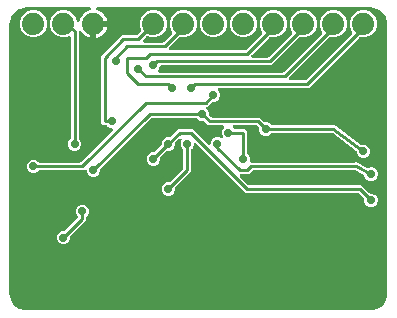
<source format=gbr>
G04 EAGLE Gerber RS-274X export*
G75*
%MOMM*%
%FSLAX34Y34*%
%LPD*%
%INBottom Copper*%
%IPPOS*%
%AMOC8*
5,1,8,0,0,1.08239X$1,22.5*%
G01*
%ADD10C,1.879600*%
%ADD11C,0.254000*%
%ADD12C,0.711200*%

G36*
X317521Y11433D02*
X317521Y11433D01*
X317583Y11433D01*
X319241Y11542D01*
X319284Y11551D01*
X319328Y11551D01*
X319486Y11583D01*
X322689Y12441D01*
X322768Y12473D01*
X322850Y12496D01*
X322973Y12557D01*
X322983Y12561D01*
X322987Y12564D01*
X322995Y12568D01*
X325866Y14225D01*
X325934Y14277D01*
X326008Y14320D01*
X326111Y14411D01*
X326119Y14417D01*
X326122Y14421D01*
X326129Y14427D01*
X328473Y16771D01*
X328526Y16839D01*
X328586Y16900D01*
X328661Y17014D01*
X328668Y17023D01*
X328670Y17027D01*
X328675Y17034D01*
X330332Y19905D01*
X330366Y19984D01*
X330408Y20059D01*
X330452Y20188D01*
X330456Y20198D01*
X330456Y20203D01*
X330459Y20211D01*
X331317Y23414D01*
X331323Y23458D01*
X331337Y23500D01*
X331358Y23659D01*
X331383Y24043D01*
X331467Y25317D01*
X331465Y25338D01*
X331469Y25400D01*
X331469Y254000D01*
X331467Y254021D01*
X331467Y254083D01*
X331358Y255741D01*
X331349Y255784D01*
X331349Y255828D01*
X331317Y255986D01*
X330459Y259189D01*
X330427Y259268D01*
X330404Y259350D01*
X330343Y259473D01*
X330339Y259483D01*
X330336Y259487D01*
X330332Y259495D01*
X328675Y262366D01*
X328623Y262434D01*
X328580Y262508D01*
X328489Y262611D01*
X328483Y262619D01*
X328479Y262622D01*
X328473Y262629D01*
X326129Y264973D01*
X326061Y265026D01*
X326000Y265086D01*
X325886Y265161D01*
X325877Y265168D01*
X325873Y265170D01*
X325866Y265175D01*
X322995Y266832D01*
X322916Y266866D01*
X322841Y266908D01*
X322712Y266952D01*
X322702Y266956D01*
X322697Y266956D01*
X322689Y266959D01*
X319486Y267817D01*
X319442Y267823D01*
X319400Y267837D01*
X319241Y267858D01*
X317583Y267967D01*
X317562Y267965D01*
X317500Y267969D01*
X86205Y267969D01*
X86087Y267954D01*
X85968Y267947D01*
X85930Y267934D01*
X85890Y267929D01*
X85779Y267886D01*
X85665Y267849D01*
X85631Y267827D01*
X85594Y267812D01*
X85498Y267742D01*
X85397Y267678D01*
X85369Y267649D01*
X85337Y267626D01*
X85261Y267534D01*
X85179Y267447D01*
X85159Y267411D01*
X85134Y267381D01*
X85083Y267273D01*
X85025Y267168D01*
X85015Y267129D01*
X84998Y267093D01*
X84976Y266976D01*
X84946Y266860D01*
X84946Y266820D01*
X84939Y266781D01*
X84946Y266661D01*
X84946Y266542D01*
X84956Y266503D01*
X84958Y266463D01*
X84995Y266350D01*
X85025Y266234D01*
X85044Y266199D01*
X85056Y266161D01*
X85120Y266060D01*
X85178Y265955D01*
X85205Y265926D01*
X85227Y265892D01*
X85314Y265810D01*
X85395Y265723D01*
X85429Y265701D01*
X85458Y265674D01*
X85563Y265616D01*
X85663Y265552D01*
X85719Y265530D01*
X85737Y265520D01*
X85756Y265515D01*
X85813Y265493D01*
X87133Y265064D01*
X88807Y264211D01*
X90328Y263106D01*
X91656Y261778D01*
X92761Y260257D01*
X93614Y258583D01*
X94195Y256796D01*
X94235Y256539D01*
X83820Y256539D01*
X83702Y256524D01*
X83583Y256517D01*
X83545Y256504D01*
X83505Y256499D01*
X83394Y256456D01*
X83281Y256419D01*
X83247Y256397D01*
X83209Y256382D01*
X83113Y256312D01*
X83012Y256249D01*
X82984Y256219D01*
X82952Y256195D01*
X82876Y256104D01*
X82794Y256017D01*
X82775Y255982D01*
X82749Y255951D01*
X82698Y255843D01*
X82641Y255739D01*
X82630Y255699D01*
X82613Y255663D01*
X82591Y255546D01*
X82561Y255431D01*
X82557Y255370D01*
X82553Y255350D01*
X82555Y255330D01*
X82551Y255270D01*
X82551Y253999D01*
X81280Y253999D01*
X81162Y253984D01*
X81043Y253977D01*
X81005Y253964D01*
X80964Y253959D01*
X80854Y253915D01*
X80741Y253879D01*
X80706Y253857D01*
X80669Y253842D01*
X80573Y253772D01*
X80472Y253709D01*
X80444Y253679D01*
X80411Y253655D01*
X80336Y253564D01*
X80254Y253477D01*
X80234Y253442D01*
X80209Y253410D01*
X80158Y253303D01*
X80100Y253198D01*
X80090Y253159D01*
X80073Y253123D01*
X80051Y253006D01*
X80021Y252891D01*
X80017Y252830D01*
X80013Y252810D01*
X80015Y252790D01*
X80011Y252730D01*
X80011Y242315D01*
X79754Y242355D01*
X77967Y242936D01*
X76293Y243789D01*
X74772Y244894D01*
X73444Y246222D01*
X72280Y247824D01*
X72248Y247858D01*
X72201Y247928D01*
X72185Y247942D01*
X72173Y247959D01*
X72086Y248031D01*
X72063Y248055D01*
X72041Y248069D01*
X71963Y248139D01*
X71944Y248148D01*
X71928Y248162D01*
X71803Y248221D01*
X71802Y248221D01*
X71794Y248226D01*
X71789Y248227D01*
X71679Y248284D01*
X71659Y248288D01*
X71640Y248297D01*
X71504Y248323D01*
X71369Y248354D01*
X71348Y248353D01*
X71327Y248357D01*
X71190Y248348D01*
X71051Y248344D01*
X71031Y248339D01*
X71010Y248337D01*
X70879Y248295D01*
X70746Y248256D01*
X70728Y248246D01*
X70708Y248239D01*
X70591Y248165D01*
X70472Y248095D01*
X70457Y248080D01*
X70439Y248069D01*
X70344Y247968D01*
X70246Y247871D01*
X70235Y247853D01*
X70221Y247837D01*
X70154Y247716D01*
X70084Y247598D01*
X70078Y247577D01*
X70067Y247559D01*
X70033Y247425D01*
X69994Y247292D01*
X69993Y247271D01*
X69988Y247251D01*
X69978Y247090D01*
X69978Y157527D01*
X69990Y157428D01*
X69993Y157329D01*
X70010Y157271D01*
X70018Y157211D01*
X70054Y157119D01*
X70082Y157024D01*
X70112Y156972D01*
X70135Y156915D01*
X70193Y156835D01*
X70243Y156750D01*
X70309Y156675D01*
X70321Y156658D01*
X70331Y156650D01*
X70349Y156629D01*
X71413Y155566D01*
X72264Y153512D01*
X72264Y151288D01*
X71413Y149234D01*
X69841Y147662D01*
X67787Y146811D01*
X65563Y146811D01*
X63509Y147662D01*
X61937Y149234D01*
X61086Y151288D01*
X61086Y153512D01*
X61937Y155566D01*
X63001Y156629D01*
X63061Y156707D01*
X63129Y156780D01*
X63158Y156833D01*
X63195Y156880D01*
X63235Y156971D01*
X63283Y157058D01*
X63298Y157117D01*
X63322Y157172D01*
X63337Y157270D01*
X63362Y157366D01*
X63368Y157466D01*
X63372Y157486D01*
X63370Y157499D01*
X63372Y157527D01*
X63372Y242305D01*
X63366Y242355D01*
X63368Y242404D01*
X63346Y242512D01*
X63332Y242621D01*
X63314Y242667D01*
X63304Y242716D01*
X63256Y242814D01*
X63215Y242916D01*
X63186Y242957D01*
X63164Y243001D01*
X63093Y243085D01*
X63029Y243174D01*
X62990Y243206D01*
X62958Y243243D01*
X62868Y243307D01*
X62784Y243377D01*
X62739Y243398D01*
X62698Y243426D01*
X62595Y243465D01*
X62496Y243512D01*
X62447Y243521D01*
X62401Y243539D01*
X62291Y243551D01*
X62184Y243572D01*
X62134Y243569D01*
X62085Y243574D01*
X61976Y243559D01*
X61866Y243552D01*
X61819Y243537D01*
X61770Y243530D01*
X61617Y243478D01*
X59424Y242569D01*
X54876Y242569D01*
X50675Y244309D01*
X47459Y247525D01*
X45719Y251726D01*
X45719Y256274D01*
X47459Y260475D01*
X50675Y263691D01*
X54876Y265431D01*
X59424Y265431D01*
X63625Y263691D01*
X66841Y260475D01*
X68480Y256516D01*
X68544Y256404D01*
X68603Y256289D01*
X68623Y256266D01*
X68638Y256240D01*
X68728Y256147D01*
X68813Y256050D01*
X68838Y256033D01*
X68859Y256012D01*
X68970Y255944D01*
X69076Y255871D01*
X69105Y255861D01*
X69130Y255845D01*
X69254Y255807D01*
X69375Y255764D01*
X69405Y255761D01*
X69434Y255752D01*
X69563Y255746D01*
X69692Y255733D01*
X69722Y255738D01*
X69752Y255737D01*
X69878Y255763D01*
X70006Y255783D01*
X70034Y255795D01*
X70063Y255801D01*
X70180Y255858D01*
X70298Y255909D01*
X70322Y255927D01*
X70349Y255941D01*
X70447Y256025D01*
X70550Y256104D01*
X70568Y256127D01*
X70591Y256147D01*
X70665Y256253D01*
X70745Y256355D01*
X70757Y256382D01*
X70774Y256407D01*
X70820Y256528D01*
X70871Y256647D01*
X70881Y256688D01*
X70887Y256704D01*
X70889Y256726D01*
X70904Y256791D01*
X71486Y258583D01*
X72339Y260257D01*
X73444Y261778D01*
X74772Y263106D01*
X76293Y264211D01*
X77967Y265064D01*
X79287Y265493D01*
X79395Y265544D01*
X79506Y265588D01*
X79538Y265611D01*
X79575Y265628D01*
X79667Y265704D01*
X79763Y265774D01*
X79789Y265805D01*
X79820Y265831D01*
X79890Y265927D01*
X79966Y266019D01*
X79983Y266056D01*
X80007Y266088D01*
X80051Y266200D01*
X80102Y266307D01*
X80109Y266346D01*
X80124Y266384D01*
X80139Y266503D01*
X80161Y266620D01*
X80159Y266659D01*
X80164Y266699D01*
X80149Y266818D01*
X80142Y266937D01*
X80129Y266975D01*
X80124Y267015D01*
X80080Y267126D01*
X80044Y267239D01*
X80022Y267273D01*
X80007Y267311D01*
X79937Y267407D01*
X79873Y267508D01*
X79844Y267536D01*
X79821Y267568D01*
X79729Y267644D01*
X79642Y267726D01*
X79607Y267745D01*
X79576Y267771D01*
X79468Y267822D01*
X79363Y267880D01*
X79325Y267890D01*
X79288Y267907D01*
X79171Y267929D01*
X79055Y267959D01*
X78996Y267963D01*
X78976Y267967D01*
X78955Y267965D01*
X78895Y267969D01*
X25400Y267969D01*
X25379Y267967D01*
X25317Y267967D01*
X23659Y267858D01*
X23616Y267849D01*
X23572Y267849D01*
X23414Y267817D01*
X20211Y266959D01*
X20132Y266927D01*
X20050Y266904D01*
X19927Y266843D01*
X19917Y266839D01*
X19913Y266836D01*
X19905Y266832D01*
X17034Y265175D01*
X16966Y265123D01*
X16892Y265080D01*
X16789Y264989D01*
X16781Y264983D01*
X16778Y264979D01*
X16771Y264973D01*
X14427Y262629D01*
X14374Y262561D01*
X14314Y262500D01*
X14239Y262386D01*
X14232Y262377D01*
X14230Y262373D01*
X14225Y262366D01*
X12568Y259495D01*
X12534Y259416D01*
X12492Y259341D01*
X12448Y259212D01*
X12444Y259202D01*
X12444Y259197D01*
X12441Y259189D01*
X11583Y255986D01*
X11577Y255942D01*
X11563Y255900D01*
X11542Y255741D01*
X11433Y254083D01*
X11435Y254062D01*
X11431Y254000D01*
X11431Y25400D01*
X11433Y25379D01*
X11433Y25317D01*
X11542Y23659D01*
X11551Y23616D01*
X11551Y23572D01*
X11583Y23414D01*
X12441Y20211D01*
X12473Y20132D01*
X12496Y20050D01*
X12557Y19927D01*
X12561Y19917D01*
X12564Y19913D01*
X12568Y19905D01*
X14225Y17034D01*
X14277Y16966D01*
X14320Y16892D01*
X14411Y16789D01*
X14417Y16781D01*
X14421Y16778D01*
X14427Y16771D01*
X16771Y14427D01*
X16839Y14374D01*
X16900Y14314D01*
X17014Y14239D01*
X17023Y14232D01*
X17027Y14230D01*
X17034Y14225D01*
X19905Y12568D01*
X19984Y12534D01*
X20059Y12492D01*
X20128Y12469D01*
X20147Y12460D01*
X20165Y12456D01*
X20189Y12448D01*
X20198Y12444D01*
X20203Y12444D01*
X20211Y12441D01*
X23414Y11583D01*
X23458Y11577D01*
X23500Y11563D01*
X23659Y11542D01*
X25317Y11433D01*
X25338Y11435D01*
X25400Y11431D01*
X317500Y11431D01*
X317521Y11433D01*
G37*
%LPC*%
G36*
X316388Y99186D02*
X316388Y99186D01*
X314334Y100037D01*
X312762Y101609D01*
X311911Y103663D01*
X311911Y105167D01*
X311899Y105265D01*
X311896Y105364D01*
X311879Y105423D01*
X311871Y105483D01*
X311835Y105575D01*
X311807Y105670D01*
X311777Y105722D01*
X311754Y105778D01*
X311696Y105858D01*
X311646Y105944D01*
X311580Y106019D01*
X311568Y106036D01*
X311558Y106044D01*
X311540Y106065D01*
X306979Y110626D01*
X306900Y110686D01*
X306828Y110754D01*
X306775Y110783D01*
X306727Y110820D01*
X306636Y110860D01*
X306550Y110908D01*
X306491Y110923D01*
X306436Y110947D01*
X306338Y110962D01*
X306242Y110987D01*
X306142Y110993D01*
X306121Y110997D01*
X306109Y110995D01*
X306081Y110997D01*
X211357Y110997D01*
X169680Y152674D01*
X169571Y152759D01*
X169464Y152848D01*
X169445Y152856D01*
X169429Y152869D01*
X169301Y152924D01*
X169176Y152983D01*
X169156Y152987D01*
X169137Y152995D01*
X168999Y153017D01*
X168863Y153043D01*
X168843Y153042D01*
X168823Y153045D01*
X168684Y153032D01*
X168546Y153023D01*
X168527Y153017D01*
X168507Y153015D01*
X168375Y152968D01*
X168244Y152925D01*
X168226Y152914D01*
X168207Y152907D01*
X168092Y152829D01*
X167975Y152755D01*
X167961Y152740D01*
X167944Y152729D01*
X167852Y152625D01*
X167757Y152523D01*
X167747Y152506D01*
X167734Y152490D01*
X167670Y152367D01*
X167603Y152245D01*
X167598Y152225D01*
X167589Y152207D01*
X167559Y152071D01*
X167524Y151937D01*
X167522Y151909D01*
X167519Y151897D01*
X167520Y151876D01*
X167514Y151776D01*
X167514Y151288D01*
X166663Y149234D01*
X165599Y148171D01*
X165539Y148093D01*
X165471Y148020D01*
X165442Y147967D01*
X165405Y147920D01*
X165365Y147829D01*
X165317Y147742D01*
X165302Y147683D01*
X165278Y147628D01*
X165263Y147530D01*
X165238Y147434D01*
X165232Y147334D01*
X165228Y147314D01*
X165230Y147301D01*
X165228Y147273D01*
X165228Y128807D01*
X152010Y115590D01*
X151950Y115511D01*
X151882Y115439D01*
X151853Y115386D01*
X151816Y115338D01*
X151776Y115247D01*
X151728Y115161D01*
X151713Y115102D01*
X151689Y115047D01*
X151674Y114949D01*
X151649Y114853D01*
X151643Y114753D01*
X151639Y114732D01*
X151641Y114720D01*
X151639Y114692D01*
X151639Y113188D01*
X150788Y111134D01*
X149216Y109562D01*
X147162Y108711D01*
X144938Y108711D01*
X142884Y109562D01*
X141312Y111134D01*
X140461Y113188D01*
X140461Y115412D01*
X141312Y117466D01*
X142884Y119038D01*
X144938Y119889D01*
X146442Y119889D01*
X146540Y119901D01*
X146639Y119904D01*
X146698Y119921D01*
X146758Y119929D01*
X146850Y119965D01*
X146945Y119993D01*
X146997Y120023D01*
X147053Y120046D01*
X147133Y120104D01*
X147219Y120154D01*
X147294Y120220D01*
X147311Y120232D01*
X147319Y120242D01*
X147340Y120260D01*
X158251Y131171D01*
X158311Y131250D01*
X158379Y131322D01*
X158408Y131375D01*
X158445Y131423D01*
X158485Y131514D01*
X158533Y131600D01*
X158548Y131659D01*
X158572Y131714D01*
X158587Y131812D01*
X158612Y131908D01*
X158618Y132008D01*
X158622Y132029D01*
X158620Y132041D01*
X158622Y132069D01*
X158622Y147273D01*
X158610Y147372D01*
X158607Y147471D01*
X158590Y147529D01*
X158582Y147589D01*
X158546Y147681D01*
X158518Y147776D01*
X158488Y147828D01*
X158465Y147885D01*
X158407Y147965D01*
X158357Y148050D01*
X158291Y148125D01*
X158279Y148142D01*
X158269Y148150D01*
X158251Y148171D01*
X157187Y149234D01*
X156336Y151288D01*
X156336Y153512D01*
X157079Y155305D01*
X157097Y155372D01*
X157125Y155436D01*
X157139Y155525D01*
X157163Y155612D01*
X157164Y155681D01*
X157175Y155750D01*
X157167Y155840D01*
X157168Y155930D01*
X157152Y155998D01*
X157145Y156067D01*
X157115Y156152D01*
X157094Y156239D01*
X157061Y156301D01*
X157038Y156366D01*
X156987Y156441D01*
X156945Y156520D01*
X156898Y156572D01*
X156859Y156629D01*
X156792Y156689D01*
X156731Y156755D01*
X156673Y156794D01*
X156621Y156840D01*
X156541Y156881D01*
X156466Y156930D01*
X156399Y156953D01*
X156337Y156985D01*
X156250Y157004D01*
X156165Y157033D01*
X156095Y157039D01*
X156027Y157054D01*
X155937Y157051D01*
X155848Y157059D01*
X155779Y157047D01*
X155709Y157045D01*
X155623Y157020D01*
X155534Y157004D01*
X155471Y156976D01*
X155404Y156956D01*
X155326Y156911D01*
X155244Y156874D01*
X155190Y156830D01*
X155130Y156795D01*
X155009Y156688D01*
X152010Y153690D01*
X151950Y153611D01*
X151882Y153539D01*
X151853Y153486D01*
X151816Y153438D01*
X151776Y153347D01*
X151728Y153261D01*
X151713Y153202D01*
X151689Y153147D01*
X151674Y153049D01*
X151649Y152953D01*
X151643Y152853D01*
X151639Y152832D01*
X151641Y152820D01*
X151639Y152792D01*
X151639Y151288D01*
X150788Y149234D01*
X149216Y147662D01*
X147162Y146811D01*
X145658Y146811D01*
X145560Y146799D01*
X145461Y146796D01*
X145402Y146779D01*
X145342Y146771D01*
X145250Y146735D01*
X145155Y146707D01*
X145103Y146677D01*
X145047Y146654D01*
X144967Y146596D01*
X144881Y146546D01*
X144806Y146480D01*
X144789Y146468D01*
X144781Y146458D01*
X144760Y146440D01*
X139310Y140990D01*
X139250Y140911D01*
X139182Y140839D01*
X139153Y140786D01*
X139116Y140738D01*
X139076Y140647D01*
X139028Y140561D01*
X139013Y140502D01*
X138989Y140447D01*
X138974Y140349D01*
X138949Y140253D01*
X138943Y140153D01*
X138939Y140132D01*
X138941Y140120D01*
X138939Y140092D01*
X138939Y138588D01*
X138088Y136534D01*
X136516Y134962D01*
X134462Y134111D01*
X132238Y134111D01*
X130184Y134962D01*
X128612Y136534D01*
X127761Y138588D01*
X127761Y140812D01*
X128612Y142866D01*
X130184Y144438D01*
X132238Y145289D01*
X133742Y145289D01*
X133840Y145301D01*
X133939Y145304D01*
X133998Y145321D01*
X134058Y145329D01*
X134150Y145365D01*
X134245Y145393D01*
X134297Y145423D01*
X134353Y145446D01*
X134433Y145504D01*
X134519Y145554D01*
X134594Y145620D01*
X134611Y145632D01*
X134619Y145642D01*
X134640Y145660D01*
X140090Y151110D01*
X140150Y151189D01*
X140218Y151261D01*
X140247Y151314D01*
X140284Y151362D01*
X140324Y151453D01*
X140372Y151539D01*
X140387Y151598D01*
X140411Y151653D01*
X140426Y151751D01*
X140451Y151847D01*
X140457Y151947D01*
X140461Y151968D01*
X140459Y151980D01*
X140461Y152008D01*
X140461Y153512D01*
X141312Y155566D01*
X142884Y157138D01*
X144938Y157989D01*
X146442Y157989D01*
X146540Y158001D01*
X146639Y158004D01*
X146698Y158021D01*
X146758Y158029D01*
X146850Y158065D01*
X146945Y158093D01*
X146997Y158123D01*
X147053Y158146D01*
X147133Y158204D01*
X147219Y158254D01*
X147294Y158320D01*
X147311Y158332D01*
X147319Y158342D01*
X147340Y158360D01*
X154207Y165228D01*
X166468Y165228D01*
X168774Y162921D01*
X179570Y152126D01*
X179679Y152041D01*
X179786Y151952D01*
X179805Y151944D01*
X179821Y151931D01*
X179949Y151876D01*
X180074Y151817D01*
X180094Y151813D01*
X180113Y151805D01*
X180251Y151783D01*
X180387Y151757D01*
X180407Y151758D01*
X180427Y151755D01*
X180566Y151768D01*
X180704Y151777D01*
X180723Y151783D01*
X180743Y151785D01*
X180875Y151832D01*
X181006Y151875D01*
X181024Y151886D01*
X181043Y151893D01*
X181158Y151971D01*
X181275Y152045D01*
X181289Y152060D01*
X181306Y152071D01*
X181398Y152175D01*
X181493Y152277D01*
X181503Y152294D01*
X181516Y152310D01*
X181580Y152434D01*
X181647Y152555D01*
X181652Y152575D01*
X181661Y152593D01*
X181691Y152729D01*
X181726Y152863D01*
X181728Y152891D01*
X181731Y152903D01*
X181730Y152924D01*
X181736Y153024D01*
X181736Y153512D01*
X182587Y155566D01*
X184159Y157138D01*
X186213Y157989D01*
X188437Y157989D01*
X190428Y157164D01*
X190562Y157127D01*
X190695Y157086D01*
X190715Y157085D01*
X190734Y157080D01*
X190874Y157078D01*
X191012Y157071D01*
X191032Y157075D01*
X191052Y157075D01*
X191188Y157108D01*
X191324Y157136D01*
X191342Y157145D01*
X191362Y157149D01*
X191484Y157214D01*
X191609Y157275D01*
X191625Y157289D01*
X191643Y157298D01*
X191745Y157391D01*
X191851Y157482D01*
X191863Y157498D01*
X191878Y157512D01*
X191954Y157628D01*
X192034Y157742D01*
X192042Y157761D01*
X192053Y157778D01*
X192098Y157909D01*
X192147Y158039D01*
X192149Y158059D01*
X192156Y158078D01*
X192167Y158217D01*
X192182Y158355D01*
X192180Y158375D01*
X192181Y158395D01*
X192157Y158533D01*
X192138Y158670D01*
X192129Y158697D01*
X192127Y158709D01*
X192118Y158727D01*
X192086Y158822D01*
X191261Y160813D01*
X191261Y163037D01*
X192112Y165091D01*
X193002Y165981D01*
X193087Y166090D01*
X193176Y166197D01*
X193184Y166216D01*
X193197Y166232D01*
X193252Y166359D01*
X193311Y166485D01*
X193315Y166505D01*
X193323Y166524D01*
X193345Y166662D01*
X193371Y166798D01*
X193370Y166818D01*
X193373Y166838D01*
X193360Y166977D01*
X193351Y167115D01*
X193345Y167134D01*
X193343Y167154D01*
X193296Y167286D01*
X193253Y167417D01*
X193242Y167435D01*
X193236Y167454D01*
X193158Y167569D01*
X193083Y167686D01*
X193068Y167700D01*
X193057Y167717D01*
X192953Y167809D01*
X192852Y167904D01*
X192834Y167914D01*
X192819Y167927D01*
X192695Y167990D01*
X192573Y168058D01*
X192553Y168063D01*
X192535Y168072D01*
X192400Y168102D01*
X192265Y168137D01*
X192237Y168139D01*
X192225Y168142D01*
X192205Y168141D01*
X192104Y168147D01*
X179607Y168147D01*
X177301Y170454D01*
X175915Y171840D01*
X175837Y171900D01*
X175764Y171968D01*
X175711Y171997D01*
X175663Y172034D01*
X175573Y172074D01*
X175486Y172122D01*
X175427Y172137D01*
X175372Y172161D01*
X175274Y172176D01*
X175178Y172201D01*
X175078Y172207D01*
X175058Y172211D01*
X175045Y172209D01*
X175017Y172211D01*
X173513Y172211D01*
X171459Y173062D01*
X170396Y174126D01*
X170318Y174186D01*
X170245Y174254D01*
X170192Y174283D01*
X170145Y174320D01*
X170054Y174360D01*
X169967Y174408D01*
X169908Y174423D01*
X169853Y174447D01*
X169755Y174462D01*
X169659Y174487D01*
X169559Y174493D01*
X169539Y174497D01*
X169526Y174495D01*
X169498Y174497D01*
X132069Y174497D01*
X131971Y174485D01*
X131872Y174482D01*
X131813Y174465D01*
X131753Y174457D01*
X131661Y174421D01*
X131566Y174393D01*
X131514Y174363D01*
X131458Y174340D01*
X131378Y174282D01*
X131292Y174232D01*
X131217Y174166D01*
X131200Y174154D01*
X131192Y174144D01*
X131171Y174126D01*
X88510Y131465D01*
X88450Y131386D01*
X88382Y131314D01*
X88353Y131261D01*
X88316Y131213D01*
X88276Y131122D01*
X88228Y131036D01*
X88213Y130977D01*
X88189Y130922D01*
X88174Y130824D01*
X88149Y130728D01*
X88143Y130628D01*
X88139Y130607D01*
X88141Y130595D01*
X88139Y130567D01*
X88139Y129063D01*
X87288Y127009D01*
X85716Y125437D01*
X83662Y124586D01*
X81438Y124586D01*
X79384Y125437D01*
X77812Y127009D01*
X76961Y129063D01*
X76961Y129551D01*
X76944Y129689D01*
X76931Y129828D01*
X76924Y129847D01*
X76921Y129867D01*
X76870Y129996D01*
X76823Y130127D01*
X76812Y130144D01*
X76804Y130162D01*
X76723Y130275D01*
X76645Y130390D01*
X76629Y130403D01*
X76618Y130420D01*
X76510Y130509D01*
X76406Y130601D01*
X76388Y130610D01*
X76373Y130623D01*
X76247Y130682D01*
X76123Y130745D01*
X76103Y130750D01*
X76085Y130758D01*
X75948Y130784D01*
X75813Y130815D01*
X75792Y130814D01*
X75773Y130818D01*
X75634Y130809D01*
X75495Y130805D01*
X75475Y130799D01*
X75455Y130798D01*
X75323Y130755D01*
X75189Y130717D01*
X75172Y130706D01*
X75153Y130700D01*
X75035Y130626D01*
X74915Y130555D01*
X74894Y130537D01*
X74884Y130530D01*
X74870Y130515D01*
X74795Y130449D01*
X74393Y130047D01*
X36877Y130047D01*
X36778Y130035D01*
X36679Y130032D01*
X36621Y130015D01*
X36561Y130007D01*
X36469Y129971D01*
X36374Y129943D01*
X36322Y129913D01*
X36265Y129890D01*
X36185Y129832D01*
X36100Y129782D01*
X36025Y129716D01*
X36008Y129704D01*
X36000Y129694D01*
X35979Y129675D01*
X34916Y128612D01*
X32862Y127761D01*
X30638Y127761D01*
X28584Y128612D01*
X27012Y130184D01*
X26161Y132238D01*
X26161Y134462D01*
X27012Y136516D01*
X28584Y138088D01*
X30638Y138939D01*
X32862Y138939D01*
X34916Y138088D01*
X35979Y137025D01*
X36057Y136964D01*
X36130Y136896D01*
X36183Y136867D01*
X36230Y136830D01*
X36321Y136790D01*
X36408Y136742D01*
X36467Y136727D01*
X36522Y136703D01*
X36620Y136688D01*
X36716Y136663D01*
X36816Y136657D01*
X36836Y136653D01*
X36849Y136655D01*
X36877Y136653D01*
X71131Y136653D01*
X71229Y136665D01*
X71328Y136668D01*
X71387Y136685D01*
X71447Y136693D01*
X71539Y136729D01*
X71634Y136757D01*
X71686Y136787D01*
X71742Y136810D01*
X71822Y136868D01*
X71908Y136918D01*
X71983Y136984D01*
X72000Y136996D01*
X72008Y137006D01*
X72029Y137024D01*
X98699Y163695D01*
X98784Y163804D01*
X98873Y163911D01*
X98881Y163930D01*
X98894Y163946D01*
X98949Y164074D01*
X99008Y164199D01*
X99012Y164219D01*
X99020Y164238D01*
X99042Y164376D01*
X99068Y164512D01*
X99067Y164532D01*
X99070Y164552D01*
X99057Y164691D01*
X99048Y164829D01*
X99042Y164848D01*
X99040Y164868D01*
X98993Y165000D01*
X98950Y165131D01*
X98939Y165149D01*
X98932Y165168D01*
X98854Y165283D01*
X98780Y165400D01*
X98765Y165414D01*
X98754Y165431D01*
X98650Y165523D01*
X98548Y165618D01*
X98531Y165628D01*
X98515Y165641D01*
X98392Y165704D01*
X98270Y165772D01*
X98250Y165777D01*
X98232Y165786D01*
X98096Y165816D01*
X97962Y165851D01*
X97934Y165853D01*
X97922Y165856D01*
X97901Y165855D01*
X97801Y165861D01*
X97313Y165861D01*
X95259Y166712D01*
X94196Y167776D01*
X94118Y167836D01*
X94045Y167904D01*
X93992Y167933D01*
X93945Y167970D01*
X93854Y168010D01*
X93767Y168058D01*
X93708Y168073D01*
X93653Y168097D01*
X93555Y168112D01*
X93459Y168137D01*
X93359Y168143D01*
X93339Y168147D01*
X93326Y168145D01*
X93298Y168147D01*
X90707Y168147D01*
X88772Y170082D01*
X88772Y226793D01*
X106582Y244603D01*
X118756Y244603D01*
X118854Y244615D01*
X118953Y244618D01*
X119012Y244635D01*
X119072Y244643D01*
X119164Y244679D01*
X119259Y244707D01*
X119311Y244737D01*
X119367Y244760D01*
X119447Y244818D01*
X119533Y244868D01*
X119608Y244934D01*
X119625Y244946D01*
X119633Y244956D01*
X119654Y244974D01*
X122634Y247954D01*
X122652Y247978D01*
X122674Y247997D01*
X122749Y248103D01*
X122829Y248206D01*
X122840Y248233D01*
X122857Y248257D01*
X122903Y248378D01*
X122955Y248497D01*
X122959Y248527D01*
X122970Y248554D01*
X122984Y248683D01*
X123005Y248812D01*
X123002Y248841D01*
X123005Y248870D01*
X122987Y248999D01*
X122975Y249128D01*
X122965Y249156D01*
X122961Y249185D01*
X122909Y249338D01*
X121919Y251726D01*
X121919Y256274D01*
X123659Y260475D01*
X126875Y263691D01*
X131076Y265431D01*
X135624Y265431D01*
X139825Y263691D01*
X143041Y260475D01*
X144781Y256274D01*
X144781Y251726D01*
X143041Y247525D01*
X139825Y244309D01*
X135624Y242569D01*
X131076Y242569D01*
X128688Y243559D01*
X128659Y243566D01*
X128633Y243580D01*
X128506Y243608D01*
X128381Y243643D01*
X128351Y243643D01*
X128322Y243650D01*
X128193Y243646D01*
X128063Y243648D01*
X128034Y243641D01*
X128005Y243640D01*
X127880Y243604D01*
X127754Y243574D01*
X127727Y243560D01*
X127699Y243552D01*
X127587Y243486D01*
X127472Y243425D01*
X127451Y243405D01*
X127425Y243390D01*
X127304Y243284D01*
X124440Y240419D01*
X124355Y240310D01*
X124266Y240203D01*
X124258Y240184D01*
X124245Y240168D01*
X124190Y240040D01*
X124131Y239915D01*
X124127Y239895D01*
X124119Y239876D01*
X124097Y239738D01*
X124071Y239602D01*
X124072Y239582D01*
X124069Y239562D01*
X124082Y239423D01*
X124091Y239285D01*
X124097Y239266D01*
X124099Y239246D01*
X124146Y239114D01*
X124189Y238983D01*
X124200Y238965D01*
X124207Y238946D01*
X124285Y238831D01*
X124359Y238714D01*
X124374Y238700D01*
X124385Y238683D01*
X124489Y238591D01*
X124591Y238496D01*
X124608Y238486D01*
X124624Y238473D01*
X124747Y238409D01*
X124869Y238342D01*
X124889Y238337D01*
X124907Y238328D01*
X125043Y238298D01*
X125177Y238263D01*
X125205Y238261D01*
X125217Y238258D01*
X125238Y238259D01*
X125338Y238253D01*
X140981Y238253D01*
X141079Y238265D01*
X141178Y238268D01*
X141237Y238285D01*
X141297Y238293D01*
X141389Y238329D01*
X141484Y238357D01*
X141536Y238387D01*
X141592Y238410D01*
X141672Y238468D01*
X141758Y238518D01*
X141833Y238584D01*
X141850Y238596D01*
X141858Y238606D01*
X141879Y238624D01*
X149022Y245768D01*
X149095Y245862D01*
X149174Y245951D01*
X149192Y245987D01*
X149217Y246019D01*
X149264Y246128D01*
X149318Y246234D01*
X149327Y246274D01*
X149343Y246311D01*
X149362Y246428D01*
X149388Y246545D01*
X149387Y246585D01*
X149393Y246625D01*
X149382Y246744D01*
X149378Y246863D01*
X149367Y246901D01*
X149363Y246941D01*
X149323Y247054D01*
X149290Y247168D01*
X149269Y247203D01*
X149256Y247241D01*
X149189Y247339D01*
X149128Y247442D01*
X149088Y247487D01*
X149077Y247504D01*
X149063Y247516D01*
X147319Y251726D01*
X147319Y256274D01*
X149059Y260475D01*
X152275Y263691D01*
X156476Y265431D01*
X161024Y265431D01*
X165225Y263691D01*
X168441Y260475D01*
X170181Y256274D01*
X170181Y251726D01*
X168441Y247525D01*
X165225Y244309D01*
X161024Y242569D01*
X156476Y242569D01*
X156333Y242629D01*
X156304Y242637D01*
X156278Y242650D01*
X156151Y242678D01*
X156026Y242713D01*
X155996Y242713D01*
X155968Y242720D01*
X155838Y242716D01*
X155708Y242718D01*
X155679Y242711D01*
X155650Y242710D01*
X155525Y242674D01*
X155399Y242644D01*
X155372Y242630D01*
X155344Y242622D01*
X155232Y242556D01*
X155118Y242495D01*
X155096Y242475D01*
X155070Y242460D01*
X154949Y242354D01*
X146665Y234069D01*
X146580Y233960D01*
X146491Y233853D01*
X146483Y233834D01*
X146470Y233818D01*
X146415Y233690D01*
X146356Y233565D01*
X146352Y233545D01*
X146344Y233526D01*
X146322Y233388D01*
X146296Y233252D01*
X146297Y233232D01*
X146294Y233212D01*
X146307Y233073D01*
X146316Y232935D01*
X146322Y232916D01*
X146324Y232896D01*
X146371Y232764D01*
X146414Y232633D01*
X146425Y232615D01*
X146432Y232596D01*
X146510Y232481D01*
X146584Y232364D01*
X146599Y232350D01*
X146610Y232333D01*
X146714Y232241D01*
X146816Y232146D01*
X146833Y232136D01*
X146849Y232123D01*
X146972Y232059D01*
X147094Y231992D01*
X147114Y231987D01*
X147132Y231978D01*
X147268Y231948D01*
X147402Y231913D01*
X147430Y231911D01*
X147442Y231908D01*
X147463Y231909D01*
X147563Y231903D01*
X210831Y231903D01*
X210929Y231915D01*
X211028Y231918D01*
X211087Y231935D01*
X211147Y231943D01*
X211239Y231979D01*
X211334Y232007D01*
X211386Y232037D01*
X211442Y232060D01*
X211522Y232118D01*
X211608Y232168D01*
X211683Y232234D01*
X211700Y232246D01*
X211708Y232256D01*
X211729Y232274D01*
X225222Y245768D01*
X225295Y245862D01*
X225374Y245951D01*
X225392Y245987D01*
X225417Y246019D01*
X225464Y246128D01*
X225518Y246234D01*
X225527Y246274D01*
X225543Y246311D01*
X225562Y246428D01*
X225588Y246545D01*
X225587Y246585D01*
X225593Y246625D01*
X225582Y246744D01*
X225578Y246863D01*
X225567Y246901D01*
X225563Y246941D01*
X225523Y247054D01*
X225490Y247168D01*
X225469Y247203D01*
X225456Y247241D01*
X225389Y247339D01*
X225328Y247442D01*
X225288Y247487D01*
X225277Y247504D01*
X225263Y247516D01*
X223519Y251726D01*
X223519Y256274D01*
X225259Y260475D01*
X228475Y263691D01*
X232676Y265431D01*
X237224Y265431D01*
X241425Y263691D01*
X244641Y260475D01*
X246381Y256274D01*
X246381Y251726D01*
X244641Y247525D01*
X241425Y244309D01*
X237224Y242569D01*
X232676Y242569D01*
X232533Y242629D01*
X232504Y242637D01*
X232478Y242650D01*
X232351Y242678D01*
X232226Y242713D01*
X232196Y242713D01*
X232168Y242720D01*
X232038Y242716D01*
X231908Y242718D01*
X231879Y242711D01*
X231850Y242710D01*
X231725Y242674D01*
X231599Y242644D01*
X231572Y242630D01*
X231544Y242622D01*
X231432Y242556D01*
X231318Y242495D01*
X231296Y242475D01*
X231270Y242460D01*
X231149Y242354D01*
X216515Y227719D01*
X216430Y227610D01*
X216341Y227503D01*
X216333Y227484D01*
X216320Y227468D01*
X216265Y227340D01*
X216206Y227215D01*
X216202Y227195D01*
X216194Y227176D01*
X216172Y227038D01*
X216146Y226902D01*
X216147Y226882D01*
X216144Y226862D01*
X216157Y226723D01*
X216166Y226585D01*
X216172Y226566D01*
X216174Y226546D01*
X216221Y226414D01*
X216264Y226283D01*
X216275Y226265D01*
X216282Y226246D01*
X216360Y226131D01*
X216434Y226014D01*
X216449Y226000D01*
X216460Y225983D01*
X216564Y225891D01*
X216666Y225796D01*
X216683Y225786D01*
X216699Y225773D01*
X216822Y225709D01*
X216944Y225642D01*
X216964Y225637D01*
X216982Y225628D01*
X217118Y225598D01*
X217252Y225563D01*
X217280Y225561D01*
X217292Y225558D01*
X217313Y225559D01*
X217413Y225553D01*
X229881Y225553D01*
X229979Y225565D01*
X230078Y225568D01*
X230137Y225585D01*
X230197Y225593D01*
X230289Y225629D01*
X230384Y225657D01*
X230436Y225687D01*
X230492Y225710D01*
X230572Y225768D01*
X230658Y225818D01*
X230733Y225884D01*
X230750Y225896D01*
X230758Y225906D01*
X230779Y225924D01*
X250622Y245768D01*
X250695Y245862D01*
X250774Y245951D01*
X250792Y245987D01*
X250817Y246019D01*
X250864Y246128D01*
X250918Y246234D01*
X250927Y246274D01*
X250943Y246311D01*
X250962Y246428D01*
X250988Y246545D01*
X250987Y246585D01*
X250993Y246625D01*
X250982Y246744D01*
X250978Y246863D01*
X250967Y246901D01*
X250963Y246941D01*
X250923Y247054D01*
X250890Y247168D01*
X250869Y247203D01*
X250856Y247241D01*
X250789Y247339D01*
X250728Y247442D01*
X250688Y247487D01*
X250677Y247504D01*
X250663Y247516D01*
X248919Y251726D01*
X248919Y256274D01*
X250659Y260475D01*
X253875Y263691D01*
X258076Y265431D01*
X262624Y265431D01*
X266825Y263691D01*
X270041Y260475D01*
X271781Y256274D01*
X271781Y251726D01*
X270041Y247525D01*
X266825Y244309D01*
X262624Y242569D01*
X258076Y242569D01*
X257933Y242629D01*
X257904Y242637D01*
X257878Y242650D01*
X257751Y242678D01*
X257626Y242713D01*
X257596Y242713D01*
X257568Y242720D01*
X257438Y242716D01*
X257308Y242718D01*
X257279Y242711D01*
X257250Y242710D01*
X257125Y242674D01*
X256999Y242644D01*
X256973Y242630D01*
X256944Y242622D01*
X256832Y242556D01*
X256718Y242495D01*
X256696Y242475D01*
X256670Y242460D01*
X256549Y242354D01*
X233143Y218947D01*
X140194Y218947D01*
X140165Y218944D01*
X140136Y218946D01*
X140007Y218924D01*
X139879Y218907D01*
X139851Y218897D01*
X139822Y218892D01*
X139704Y218838D01*
X139583Y218790D01*
X139559Y218773D01*
X139532Y218761D01*
X139431Y218680D01*
X139326Y218604D01*
X139307Y218581D01*
X139284Y218562D01*
X139206Y218459D01*
X139123Y218359D01*
X139110Y218332D01*
X139093Y218308D01*
X139022Y218164D01*
X138088Y215909D01*
X137198Y215019D01*
X137113Y214910D01*
X137024Y214803D01*
X137016Y214784D01*
X137003Y214768D01*
X136948Y214641D01*
X136889Y214515D01*
X136885Y214495D01*
X136877Y214476D01*
X136855Y214338D01*
X136829Y214202D01*
X136830Y214182D01*
X136827Y214162D01*
X136840Y214023D01*
X136849Y213885D01*
X136855Y213866D01*
X136857Y213846D01*
X136904Y213714D01*
X136947Y213583D01*
X136958Y213565D01*
X136964Y213546D01*
X137042Y213431D01*
X137117Y213314D01*
X137132Y213300D01*
X137143Y213283D01*
X137247Y213191D01*
X137348Y213096D01*
X137366Y213086D01*
X137381Y213073D01*
X137505Y213010D01*
X137627Y212942D01*
X137647Y212937D01*
X137665Y212928D01*
X137800Y212898D01*
X137935Y212863D01*
X137963Y212861D01*
X137975Y212858D01*
X137995Y212859D01*
X138096Y212853D01*
X242581Y212853D01*
X242679Y212865D01*
X242778Y212868D01*
X242837Y212885D01*
X242897Y212893D01*
X242989Y212929D01*
X243084Y212957D01*
X243136Y212987D01*
X243192Y213010D01*
X243272Y213068D01*
X243358Y213118D01*
X243433Y213184D01*
X243450Y213196D01*
X243458Y213206D01*
X243479Y213224D01*
X276022Y245768D01*
X276095Y245862D01*
X276174Y245951D01*
X276192Y245987D01*
X276217Y246019D01*
X276264Y246128D01*
X276318Y246234D01*
X276327Y246274D01*
X276343Y246311D01*
X276362Y246428D01*
X276388Y246545D01*
X276387Y246585D01*
X276393Y246625D01*
X276382Y246744D01*
X276378Y246863D01*
X276367Y246901D01*
X276363Y246941D01*
X276323Y247054D01*
X276290Y247168D01*
X276269Y247203D01*
X276256Y247241D01*
X276189Y247339D01*
X276128Y247442D01*
X276088Y247487D01*
X276077Y247504D01*
X276063Y247516D01*
X274319Y251726D01*
X274319Y256274D01*
X276059Y260475D01*
X279275Y263691D01*
X283476Y265431D01*
X288024Y265431D01*
X292225Y263691D01*
X295441Y260475D01*
X297181Y256274D01*
X297181Y251726D01*
X295441Y247525D01*
X292225Y244309D01*
X288024Y242569D01*
X283476Y242569D01*
X283333Y242629D01*
X283304Y242637D01*
X283278Y242650D01*
X283151Y242678D01*
X283026Y242713D01*
X282996Y242713D01*
X282968Y242720D01*
X282838Y242716D01*
X282708Y242718D01*
X282679Y242711D01*
X282650Y242710D01*
X282525Y242674D01*
X282399Y242644D01*
X282373Y242630D01*
X282344Y242622D01*
X282232Y242556D01*
X282118Y242495D01*
X282096Y242475D01*
X282070Y242460D01*
X281949Y242354D01*
X248265Y208669D01*
X248180Y208560D01*
X248091Y208453D01*
X248083Y208434D01*
X248070Y208418D01*
X248015Y208290D01*
X247956Y208165D01*
X247952Y208145D01*
X247944Y208126D01*
X247922Y207988D01*
X247896Y207852D01*
X247897Y207832D01*
X247894Y207812D01*
X247907Y207673D01*
X247916Y207535D01*
X247922Y207516D01*
X247924Y207496D01*
X247971Y207364D01*
X248014Y207233D01*
X248025Y207215D01*
X248032Y207196D01*
X248110Y207081D01*
X248184Y206964D01*
X248199Y206950D01*
X248210Y206933D01*
X248314Y206841D01*
X248416Y206746D01*
X248433Y206736D01*
X248449Y206723D01*
X248572Y206659D01*
X248694Y206592D01*
X248714Y206587D01*
X248732Y206578D01*
X248868Y206548D01*
X249002Y206513D01*
X249030Y206511D01*
X249042Y206508D01*
X249063Y206509D01*
X249163Y206503D01*
X261631Y206503D01*
X261729Y206515D01*
X261828Y206518D01*
X261887Y206535D01*
X261947Y206543D01*
X262039Y206579D01*
X262134Y206607D01*
X262186Y206637D01*
X262242Y206660D01*
X262322Y206718D01*
X262408Y206768D01*
X262483Y206834D01*
X262500Y206846D01*
X262508Y206856D01*
X262529Y206874D01*
X301422Y245768D01*
X301495Y245862D01*
X301574Y245951D01*
X301592Y245987D01*
X301617Y246019D01*
X301664Y246128D01*
X301718Y246234D01*
X301727Y246274D01*
X301743Y246311D01*
X301762Y246428D01*
X301788Y246545D01*
X301787Y246585D01*
X301793Y246625D01*
X301782Y246744D01*
X301778Y246863D01*
X301767Y246901D01*
X301763Y246941D01*
X301723Y247054D01*
X301690Y247168D01*
X301669Y247203D01*
X301656Y247241D01*
X301589Y247339D01*
X301528Y247442D01*
X301488Y247487D01*
X301477Y247504D01*
X301463Y247516D01*
X299719Y251726D01*
X299719Y256274D01*
X301459Y260475D01*
X304675Y263691D01*
X308876Y265431D01*
X313424Y265431D01*
X317625Y263691D01*
X320841Y260475D01*
X322581Y256274D01*
X322581Y251726D01*
X320841Y247525D01*
X317625Y244309D01*
X313424Y242569D01*
X308876Y242569D01*
X308733Y242629D01*
X308704Y242637D01*
X308678Y242650D01*
X308551Y242678D01*
X308426Y242713D01*
X308396Y242713D01*
X308368Y242720D01*
X308238Y242716D01*
X308108Y242718D01*
X308079Y242711D01*
X308050Y242710D01*
X307925Y242674D01*
X307799Y242644D01*
X307773Y242630D01*
X307744Y242622D01*
X307632Y242556D01*
X307518Y242495D01*
X307496Y242475D01*
X307470Y242460D01*
X307349Y242354D01*
X264893Y199897D01*
X188896Y199897D01*
X188758Y199880D01*
X188619Y199867D01*
X188600Y199860D01*
X188580Y199857D01*
X188451Y199806D01*
X188320Y199759D01*
X188303Y199748D01*
X188284Y199740D01*
X188172Y199659D01*
X188057Y199581D01*
X188043Y199565D01*
X188027Y199554D01*
X187938Y199446D01*
X187846Y199342D01*
X187837Y199324D01*
X187824Y199309D01*
X187765Y199183D01*
X187702Y199059D01*
X187697Y199039D01*
X187689Y199021D01*
X187663Y198884D01*
X187632Y198749D01*
X187633Y198728D01*
X187629Y198709D01*
X187638Y198570D01*
X187642Y198431D01*
X187647Y198411D01*
X187649Y198391D01*
X187691Y198259D01*
X187730Y198125D01*
X187740Y198108D01*
X187747Y198089D01*
X187821Y197971D01*
X187892Y197851D01*
X187910Y197830D01*
X187917Y197820D01*
X187932Y197806D01*
X187998Y197731D01*
X188888Y196841D01*
X189739Y194787D01*
X189739Y192563D01*
X188888Y190509D01*
X187316Y188937D01*
X185262Y188086D01*
X183758Y188086D01*
X183660Y188074D01*
X183561Y188071D01*
X183502Y188054D01*
X183442Y188046D01*
X183350Y188010D01*
X183255Y187982D01*
X183203Y187952D01*
X183147Y187929D01*
X183067Y187871D01*
X182981Y187821D01*
X182906Y187755D01*
X182889Y187743D01*
X182881Y187733D01*
X182860Y187715D01*
X179142Y183996D01*
X179094Y183992D01*
X179075Y183985D01*
X179055Y183982D01*
X178926Y183931D01*
X178795Y183884D01*
X178778Y183873D01*
X178759Y183865D01*
X178647Y183784D01*
X178532Y183706D01*
X178518Y183690D01*
X178502Y183679D01*
X178413Y183571D01*
X178321Y183467D01*
X178312Y183449D01*
X178299Y183434D01*
X178240Y183308D01*
X178177Y183184D01*
X178172Y183164D01*
X178164Y183146D01*
X178138Y183009D01*
X178107Y182874D01*
X178108Y182853D01*
X178104Y182834D01*
X178113Y182695D01*
X178117Y182556D01*
X178122Y182536D01*
X178124Y182516D01*
X178166Y182384D01*
X178205Y182250D01*
X178215Y182233D01*
X178222Y182214D01*
X178296Y182096D01*
X178367Y181976D01*
X178385Y181955D01*
X178392Y181945D01*
X178407Y181931D01*
X178473Y181856D01*
X179363Y180966D01*
X180214Y178912D01*
X180214Y177408D01*
X180226Y177310D01*
X180229Y177211D01*
X180246Y177152D01*
X180254Y177092D01*
X180290Y177000D01*
X180318Y176905D01*
X180348Y176853D01*
X180371Y176797D01*
X180429Y176716D01*
X180479Y176631D01*
X180545Y176556D01*
X180557Y176539D01*
X180567Y176531D01*
X180585Y176510D01*
X181971Y175124D01*
X182050Y175064D01*
X182122Y174996D01*
X182175Y174967D01*
X182223Y174930D01*
X182314Y174890D01*
X182400Y174842D01*
X182459Y174827D01*
X182514Y174803D01*
X182612Y174788D01*
X182708Y174763D01*
X182808Y174757D01*
X182829Y174753D01*
X182841Y174755D01*
X182869Y174753D01*
X223618Y174753D01*
X227310Y171060D01*
X227389Y171000D01*
X227461Y170932D01*
X227514Y170903D01*
X227562Y170866D01*
X227653Y170826D01*
X227739Y170778D01*
X227798Y170763D01*
X227853Y170739D01*
X227951Y170724D01*
X228047Y170699D01*
X228147Y170693D01*
X228168Y170689D01*
X228180Y170691D01*
X228208Y170689D01*
X229712Y170689D01*
X231766Y169838D01*
X232829Y168774D01*
X232907Y168714D01*
X232980Y168646D01*
X233033Y168617D01*
X233080Y168580D01*
X233171Y168540D01*
X233258Y168492D01*
X233317Y168477D01*
X233372Y168453D01*
X233470Y168438D01*
X233566Y168413D01*
X233666Y168407D01*
X233686Y168403D01*
X233699Y168405D01*
X233727Y168403D01*
X285425Y168403D01*
X285435Y168404D01*
X285444Y168403D01*
X285605Y168415D01*
X286669Y168568D01*
X286789Y168499D01*
X286797Y168497D01*
X286805Y168492D01*
X286951Y168455D01*
X287095Y168415D01*
X287105Y168415D01*
X287106Y168415D01*
X287856Y167665D01*
X287863Y167659D01*
X287869Y167652D01*
X287992Y167547D01*
X308921Y151850D01*
X309007Y151801D01*
X309088Y151744D01*
X309145Y151723D01*
X309198Y151692D01*
X309293Y151666D01*
X309385Y151631D01*
X309446Y151625D01*
X309504Y151609D01*
X309603Y151607D01*
X309701Y151596D01*
X309762Y151605D01*
X309822Y151604D01*
X309918Y151627D01*
X310003Y151639D01*
X312262Y151639D01*
X314316Y150788D01*
X315888Y149216D01*
X316739Y147162D01*
X316739Y144938D01*
X315888Y142884D01*
X314316Y141312D01*
X312262Y140461D01*
X310038Y140461D01*
X307984Y141312D01*
X306412Y142884D01*
X305561Y144938D01*
X305561Y145479D01*
X305558Y145508D01*
X305560Y145538D01*
X305538Y145666D01*
X305521Y145794D01*
X305510Y145822D01*
X305505Y145851D01*
X305452Y145969D01*
X305404Y146090D01*
X305387Y146114D01*
X305375Y146141D01*
X305294Y146242D01*
X305218Y146347D01*
X305195Y146366D01*
X305176Y146389D01*
X305054Y146494D01*
X284988Y161543D01*
X284980Y161548D01*
X284973Y161554D01*
X284842Y161626D01*
X284711Y161701D01*
X284703Y161703D01*
X284695Y161708D01*
X284550Y161745D01*
X284404Y161785D01*
X284395Y161785D01*
X284387Y161787D01*
X284226Y161797D01*
X233727Y161797D01*
X233628Y161785D01*
X233529Y161782D01*
X233471Y161765D01*
X233411Y161757D01*
X233319Y161721D01*
X233224Y161693D01*
X233172Y161663D01*
X233115Y161640D01*
X233035Y161582D01*
X232950Y161532D01*
X232875Y161466D01*
X232858Y161454D01*
X232850Y161444D01*
X232829Y161426D01*
X231766Y160362D01*
X229712Y159511D01*
X227488Y159511D01*
X225434Y160362D01*
X223862Y161934D01*
X223011Y163988D01*
X223011Y165492D01*
X222999Y165590D01*
X222996Y165689D01*
X222979Y165748D01*
X222971Y165808D01*
X222935Y165900D01*
X222907Y165995D01*
X222877Y166047D01*
X222854Y166103D01*
X222796Y166183D01*
X222746Y166269D01*
X222680Y166344D01*
X222668Y166361D01*
X222658Y166369D01*
X222640Y166390D01*
X221254Y167776D01*
X221175Y167836D01*
X221103Y167904D01*
X221050Y167933D01*
X221002Y167970D01*
X220911Y168010D01*
X220825Y168058D01*
X220766Y168073D01*
X220711Y168097D01*
X220613Y168112D01*
X220517Y168137D01*
X220417Y168143D01*
X220396Y168147D01*
X220384Y168145D01*
X220356Y168147D01*
X201596Y168147D01*
X201458Y168130D01*
X201319Y168117D01*
X201300Y168110D01*
X201280Y168107D01*
X201151Y168056D01*
X201020Y168009D01*
X201003Y167998D01*
X200984Y167990D01*
X200872Y167909D01*
X200757Y167831D01*
X200743Y167815D01*
X200727Y167804D01*
X200638Y167696D01*
X200546Y167592D01*
X200537Y167574D01*
X200524Y167559D01*
X200465Y167433D01*
X200402Y167309D01*
X200397Y167289D01*
X200389Y167271D01*
X200363Y167135D01*
X200332Y166999D01*
X200333Y166978D01*
X200329Y166959D01*
X200338Y166820D01*
X200342Y166681D01*
X200347Y166661D01*
X200349Y166641D01*
X200391Y166509D01*
X200430Y166375D01*
X200440Y166358D01*
X200447Y166339D01*
X200521Y166221D01*
X200592Y166101D01*
X200610Y166080D01*
X200617Y166070D01*
X200632Y166056D01*
X200698Y165980D01*
X201079Y165599D01*
X201157Y165539D01*
X201230Y165471D01*
X201283Y165442D01*
X201331Y165405D01*
X201421Y165365D01*
X201508Y165317D01*
X201567Y165302D01*
X201622Y165278D01*
X201720Y165263D01*
X201816Y165238D01*
X201916Y165232D01*
X201936Y165228D01*
X201949Y165230D01*
X201977Y165228D01*
X210918Y165228D01*
X212853Y163293D01*
X212853Y144827D01*
X212865Y144728D01*
X212868Y144629D01*
X212885Y144571D01*
X212893Y144511D01*
X212929Y144419D01*
X212957Y144324D01*
X212987Y144272D01*
X213010Y144215D01*
X213068Y144135D01*
X213118Y144050D01*
X213184Y143975D01*
X213196Y143958D01*
X213206Y143950D01*
X213224Y143929D01*
X214288Y142866D01*
X215139Y140812D01*
X215139Y138588D01*
X215064Y138408D01*
X215051Y138360D01*
X215030Y138315D01*
X215009Y138207D01*
X214980Y138101D01*
X214979Y138051D01*
X214970Y138002D01*
X214977Y137893D01*
X214975Y137783D01*
X214987Y137735D01*
X214990Y137685D01*
X215023Y137581D01*
X215049Y137474D01*
X215072Y137430D01*
X215088Y137383D01*
X215146Y137290D01*
X215198Y137193D01*
X215231Y137156D01*
X215258Y137114D01*
X215338Y137039D01*
X215412Y136957D01*
X215453Y136930D01*
X215489Y136896D01*
X215586Y136843D01*
X215677Y136783D01*
X215724Y136766D01*
X215768Y136742D01*
X215874Y136715D01*
X215978Y136679D01*
X216028Y136675D01*
X216076Y136663D01*
X216237Y136653D01*
X304058Y136653D01*
X304181Y136668D01*
X304304Y136677D01*
X304355Y136690D01*
X304374Y136693D01*
X304393Y136700D01*
X304459Y136718D01*
X305053Y136916D01*
X305312Y136787D01*
X305363Y136769D01*
X305411Y136742D01*
X305512Y136716D01*
X305612Y136681D01*
X305666Y136677D01*
X305719Y136663D01*
X305879Y136653D01*
X306168Y136653D01*
X306611Y136210D01*
X306709Y136134D01*
X306801Y136053D01*
X306847Y136027D01*
X306862Y136015D01*
X306882Y136007D01*
X306941Y135972D01*
X314404Y132241D01*
X314540Y132193D01*
X314674Y132142D01*
X314690Y132140D01*
X314704Y132135D01*
X314847Y132123D01*
X314990Y132107D01*
X315006Y132109D01*
X315021Y132107D01*
X315162Y132131D01*
X315305Y132151D01*
X315325Y132158D01*
X315335Y132160D01*
X315351Y132167D01*
X315457Y132203D01*
X316388Y132589D01*
X318612Y132589D01*
X320666Y131738D01*
X322238Y130166D01*
X323089Y128112D01*
X323089Y125888D01*
X322238Y123834D01*
X320666Y122262D01*
X318612Y121411D01*
X316388Y121411D01*
X314334Y122262D01*
X312762Y123834D01*
X311981Y125720D01*
X311954Y125767D01*
X311936Y125818D01*
X311876Y125905D01*
X311824Y125996D01*
X311786Y126035D01*
X311755Y126080D01*
X311676Y126149D01*
X311602Y126225D01*
X311556Y126253D01*
X311515Y126288D01*
X311376Y126369D01*
X304288Y129913D01*
X304237Y129931D01*
X304189Y129958D01*
X304088Y129984D01*
X303988Y130019D01*
X303934Y130023D01*
X303881Y130037D01*
X303721Y130047D01*
X217794Y130047D01*
X217696Y130035D01*
X217597Y130032D01*
X217538Y130015D01*
X217478Y130007D01*
X217386Y129971D01*
X217291Y129943D01*
X217239Y129913D01*
X217183Y129890D01*
X217103Y129832D01*
X217017Y129782D01*
X216942Y129716D01*
X216925Y129704D01*
X216917Y129694D01*
X216896Y129676D01*
X214093Y126872D01*
X207888Y126872D01*
X207750Y126855D01*
X207611Y126842D01*
X207592Y126835D01*
X207572Y126832D01*
X207443Y126781D01*
X207312Y126734D01*
X207295Y126723D01*
X207277Y126715D01*
X207164Y126634D01*
X207049Y126556D01*
X207036Y126540D01*
X207019Y126529D01*
X206930Y126421D01*
X206838Y126317D01*
X206829Y126299D01*
X206816Y126284D01*
X206757Y126158D01*
X206694Y126034D01*
X206689Y126014D01*
X206681Y125996D01*
X206655Y125860D01*
X206624Y125724D01*
X206625Y125703D01*
X206621Y125684D01*
X206630Y125545D01*
X206634Y125406D01*
X206640Y125386D01*
X206641Y125366D01*
X206684Y125234D01*
X206722Y125100D01*
X206733Y125083D01*
X206739Y125064D01*
X206813Y124946D01*
X206884Y124826D01*
X206902Y124805D01*
X206909Y124795D01*
X206924Y124781D01*
X206990Y124706D01*
X213721Y117974D01*
X213800Y117914D01*
X213872Y117846D01*
X213925Y117817D01*
X213973Y117780D01*
X214064Y117740D01*
X214150Y117692D01*
X214209Y117677D01*
X214264Y117653D01*
X214362Y117638D01*
X214458Y117613D01*
X214558Y117607D01*
X214579Y117603D01*
X214591Y117605D01*
X214619Y117603D01*
X309343Y117603D01*
X316210Y110735D01*
X316289Y110675D01*
X316361Y110607D01*
X316414Y110578D01*
X316462Y110541D01*
X316553Y110501D01*
X316639Y110453D01*
X316698Y110438D01*
X316753Y110414D01*
X316851Y110399D01*
X316947Y110374D01*
X317047Y110368D01*
X317068Y110364D01*
X317080Y110366D01*
X317108Y110364D01*
X318612Y110364D01*
X320666Y109513D01*
X322238Y107941D01*
X323089Y105887D01*
X323089Y103663D01*
X322238Y101609D01*
X320666Y100037D01*
X318612Y99186D01*
X316388Y99186D01*
G37*
%LPD*%
%LPC*%
G36*
X181876Y242569D02*
X181876Y242569D01*
X177675Y244309D01*
X174459Y247525D01*
X172719Y251726D01*
X172719Y256274D01*
X174459Y260475D01*
X177675Y263691D01*
X181876Y265431D01*
X186424Y265431D01*
X190625Y263691D01*
X193841Y260475D01*
X195581Y256274D01*
X195581Y251726D01*
X193841Y247525D01*
X190625Y244309D01*
X186424Y242569D01*
X181876Y242569D01*
G37*
%LPD*%
%LPC*%
G36*
X207276Y242569D02*
X207276Y242569D01*
X203075Y244309D01*
X199859Y247525D01*
X198119Y251726D01*
X198119Y256274D01*
X199859Y260475D01*
X203075Y263691D01*
X207276Y265431D01*
X211824Y265431D01*
X216025Y263691D01*
X219241Y260475D01*
X220981Y256274D01*
X220981Y251726D01*
X219241Y247525D01*
X216025Y244309D01*
X211824Y242569D01*
X207276Y242569D01*
G37*
%LPD*%
%LPC*%
G36*
X29476Y242569D02*
X29476Y242569D01*
X25275Y244309D01*
X22059Y247525D01*
X20319Y251726D01*
X20319Y256274D01*
X22059Y260475D01*
X25275Y263691D01*
X29476Y265431D01*
X34024Y265431D01*
X38225Y263691D01*
X41441Y260475D01*
X43181Y256274D01*
X43181Y251726D01*
X41441Y247525D01*
X38225Y244309D01*
X34024Y242569D01*
X29476Y242569D01*
G37*
%LPD*%
%LPC*%
G36*
X56038Y67436D02*
X56038Y67436D01*
X53984Y68287D01*
X52412Y69859D01*
X51561Y71913D01*
X51561Y74137D01*
X52412Y76191D01*
X53984Y77763D01*
X56038Y78614D01*
X57542Y78614D01*
X57640Y78626D01*
X57739Y78629D01*
X57798Y78646D01*
X57858Y78654D01*
X57950Y78690D01*
X58045Y78718D01*
X58097Y78748D01*
X58153Y78771D01*
X58233Y78829D01*
X58319Y78879D01*
X58394Y78945D01*
X58411Y78957D01*
X58419Y78967D01*
X58440Y78985D01*
X69015Y89561D01*
X69088Y89655D01*
X69167Y89744D01*
X69185Y89780D01*
X69210Y89812D01*
X69258Y89922D01*
X69312Y90028D01*
X69320Y90067D01*
X69337Y90104D01*
X69355Y90222D01*
X69381Y90338D01*
X69380Y90378D01*
X69386Y90418D01*
X69375Y90537D01*
X69372Y90656D01*
X69360Y90695D01*
X69357Y90735D01*
X69316Y90847D01*
X69283Y90961D01*
X69263Y90996D01*
X69249Y91034D01*
X69182Y91133D01*
X69122Y91235D01*
X69082Y91280D01*
X69070Y91297D01*
X69055Y91311D01*
X69015Y91356D01*
X68287Y92084D01*
X67436Y94138D01*
X67436Y96362D01*
X68287Y98416D01*
X69859Y99988D01*
X71913Y100839D01*
X74137Y100839D01*
X76191Y99988D01*
X77763Y98416D01*
X78614Y96362D01*
X78614Y94138D01*
X77763Y92084D01*
X76700Y91021D01*
X76639Y90943D01*
X76571Y90870D01*
X76551Y90835D01*
X76526Y90805D01*
X76518Y90787D01*
X76505Y90770D01*
X76465Y90679D01*
X76417Y90592D01*
X76407Y90551D01*
X76391Y90517D01*
X76388Y90499D01*
X76378Y90478D01*
X76363Y90380D01*
X76338Y90284D01*
X76334Y90218D01*
X76331Y90205D01*
X76332Y90191D01*
X76332Y90184D01*
X76328Y90164D01*
X76330Y90151D01*
X76328Y90123D01*
X76328Y87532D01*
X63110Y74315D01*
X63050Y74236D01*
X62982Y74164D01*
X62953Y74111D01*
X62916Y74063D01*
X62876Y73972D01*
X62828Y73886D01*
X62813Y73827D01*
X62789Y73772D01*
X62774Y73674D01*
X62749Y73578D01*
X62743Y73478D01*
X62739Y73457D01*
X62741Y73445D01*
X62739Y73417D01*
X62739Y71913D01*
X61888Y69859D01*
X60316Y68287D01*
X58262Y67436D01*
X56038Y67436D01*
G37*
%LPD*%
%LPC*%
G36*
X85089Y251461D02*
X85089Y251461D01*
X94235Y251461D01*
X94195Y251204D01*
X93614Y249417D01*
X92761Y247743D01*
X91656Y246222D01*
X90328Y244894D01*
X88807Y243789D01*
X87133Y242936D01*
X85346Y242355D01*
X85089Y242315D01*
X85089Y251461D01*
G37*
%LPD*%
D10*
X57150Y254000D03*
X311150Y254000D03*
X285750Y254000D03*
X260350Y254000D03*
X234950Y254000D03*
X209550Y254000D03*
X184150Y254000D03*
X158750Y254000D03*
X133350Y254000D03*
X31750Y254000D03*
X82550Y254000D03*
D11*
X66675Y247650D02*
X66675Y152400D01*
X66675Y247650D02*
X60325Y254000D01*
X57150Y254000D01*
X285750Y165100D02*
X311150Y146050D01*
X285750Y165100D02*
X228600Y165100D01*
X180975Y171450D02*
X174625Y177800D01*
X180975Y171450D02*
X222250Y171450D01*
X228600Y165100D01*
X130175Y177800D02*
X82550Y130175D01*
X130175Y177800D02*
X174625Y177800D01*
D12*
X66675Y152400D03*
X311150Y146050D03*
X228600Y165100D03*
X174625Y177800D03*
X82550Y130175D03*
D11*
X73025Y95250D02*
X73025Y88900D01*
X57150Y73025D01*
D12*
X57150Y73025D03*
X73025Y95250D03*
X174625Y238125D03*
X228600Y177800D03*
X196850Y107950D03*
X228600Y123825D03*
X50800Y142875D03*
X82550Y171450D03*
X215900Y63500D03*
X69850Y44450D03*
X317500Y165100D03*
D11*
X228600Y127000D02*
X228600Y123825D01*
X222250Y254000D02*
X222250Y256526D01*
X184150Y241300D02*
X181624Y241300D01*
X44450Y254000D02*
X44450Y256526D01*
X120650Y241300D02*
X133350Y254000D01*
X120650Y241300D02*
X107950Y241300D01*
X92075Y225425D01*
X92075Y171450D01*
X98425Y171450D01*
D12*
X98425Y171450D03*
D11*
X304800Y133350D02*
X317500Y127000D01*
X304800Y133350D02*
X215900Y133350D01*
X212725Y130175D01*
X206375Y130175D01*
X187325Y149225D01*
X187325Y152400D01*
D12*
X317500Y127000D03*
X187325Y152400D03*
D11*
X161925Y130175D02*
X146050Y114300D01*
X161925Y130175D02*
X161925Y152400D01*
D12*
X146050Y114300D03*
X161925Y152400D03*
D11*
X209550Y161925D02*
X209550Y139700D01*
X209550Y161925D02*
X196850Y161925D01*
D12*
X209550Y139700D03*
X196850Y161925D03*
D11*
X146050Y152400D02*
X133350Y139700D01*
X307975Y114300D02*
X317500Y104775D01*
X307975Y114300D02*
X212725Y114300D01*
X165100Y161925D01*
X155575Y161925D01*
X146050Y152400D01*
D12*
X133350Y139700D03*
X146050Y152400D03*
X317500Y104775D03*
D11*
X184150Y193675D02*
X177800Y187325D01*
X127000Y187325D01*
X73025Y133350D01*
X31750Y133350D01*
D12*
X184150Y193675D03*
X31750Y133350D03*
D11*
X101600Y222250D02*
X101600Y225425D01*
X111125Y234950D01*
X142875Y234950D01*
X158750Y250825D01*
X158750Y254000D01*
D12*
X101600Y222250D03*
D11*
X146050Y203200D02*
X149225Y200025D01*
X146050Y203200D02*
X120650Y203200D01*
X111125Y212725D01*
X111125Y225425D01*
X127000Y225425D01*
X130175Y228600D01*
X212725Y228600D01*
X234950Y250825D01*
X234950Y254000D01*
D12*
X149225Y200025D03*
D11*
X133350Y219075D02*
X136525Y222250D01*
X231775Y222250D01*
X260350Y250825D01*
X260350Y254000D01*
D12*
X133350Y219075D03*
D11*
X127000Y209550D02*
X120650Y215900D01*
X127000Y209550D02*
X244475Y209550D01*
X285750Y250825D01*
X285750Y254000D01*
D12*
X120650Y215900D03*
D11*
X165100Y200025D02*
X168275Y203200D01*
X263525Y203200D01*
X311150Y250825D01*
X311150Y254000D01*
D12*
X165100Y200025D03*
M02*

</source>
